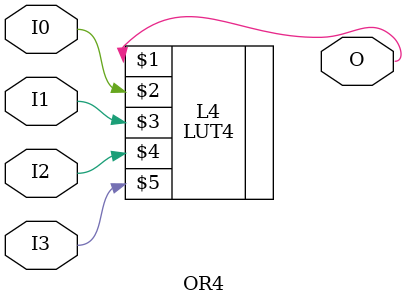
<source format=v>


`timescale  1 ps / 1 ps


module OR4 (O, I0, I1, I2, I3);

    output O;

    input  I0, I1, I2, I3;

    LUT4 #(.INIT(16'hFFFE)) L4 (O, I0, I1, I2, I3);

endmodule

</source>
